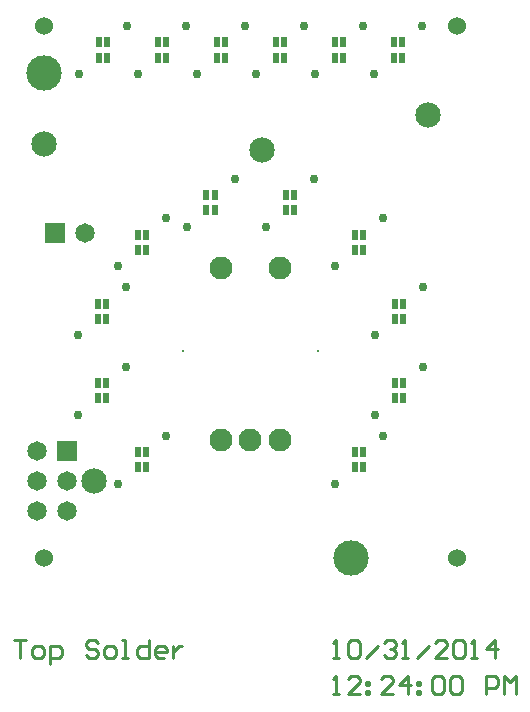
<source format=gts>
%FSLAX25Y25*%
%MOIN*%
G70*
G01*
G75*
G04 Layer_Color=8388736*
%ADD10C,0.07874*%
%ADD11R,0.01575X0.02756*%
%ADD12C,0.03937*%
%ADD13C,0.00591*%
%ADD14C,0.01000*%
%ADD15C,0.07087*%
%ADD16R,0.05906X0.05906*%
%ADD17C,0.05906*%
%ADD18R,0.05906X0.05906*%
%ADD19C,0.02441*%
%ADD20C,0.01969*%
%ADD21C,0.04000*%
%ADD22C,0.06299*%
%ADD23O,0.09449X0.12598*%
%ADD24C,0.04762*%
%ADD25C,0.11024*%
%ADD26C,0.03563*%
%ADD27R,0.03543X0.02756*%
%ADD28R,0.04331X0.03937*%
%ADD29R,0.02756X0.03543*%
%ADD30R,0.05906X0.02362*%
%ADD31R,0.07087X0.03150*%
%ADD32R,0.05906X0.05118*%
%ADD33O,0.06496X0.02165*%
%ADD34O,0.02165X0.06496*%
%ADD35R,0.06102X0.13583*%
%ADD36R,0.06102X0.04331*%
%ADD37R,0.06102X0.04331*%
%ADD38C,0.01575*%
%ADD39C,0.03937*%
%ADD40C,0.00787*%
%ADD41C,0.08474*%
%ADD42R,0.02175X0.03356*%
%ADD43C,0.11811*%
%ADD44C,0.07687*%
%ADD45R,0.00600X0.00600*%
%ADD46C,0.03000*%
%ADD47R,0.06506X0.06506*%
%ADD48C,0.06506*%
%ADD49C,0.06000*%
%ADD50R,0.06506X0.06506*%
D14*
X-78740Y-96364D02*
X-74741D01*
X-76741D01*
Y-102362D01*
X-71742D02*
X-69743D01*
X-68743Y-101363D01*
Y-99363D01*
X-69743Y-98364D01*
X-71742D01*
X-72742Y-99363D01*
Y-101363D01*
X-71742Y-102362D01*
X-66744Y-104362D02*
Y-98364D01*
X-63745D01*
X-62745Y-99363D01*
Y-101363D01*
X-63745Y-102362D01*
X-66744D01*
X-50749Y-97364D02*
X-51749Y-96364D01*
X-53748D01*
X-54748Y-97364D01*
Y-98364D01*
X-53748Y-99363D01*
X-51749D01*
X-50749Y-100363D01*
Y-101363D01*
X-51749Y-102362D01*
X-53748D01*
X-54748Y-101363D01*
X-47750Y-102362D02*
X-45751D01*
X-44751Y-101363D01*
Y-99363D01*
X-45751Y-98364D01*
X-47750D01*
X-48750Y-99363D01*
Y-101363D01*
X-47750Y-102362D01*
X-42752D02*
X-40752D01*
X-41752D01*
Y-96364D01*
X-42752D01*
X-33755D02*
Y-102362D01*
X-36754D01*
X-37753Y-101363D01*
Y-99363D01*
X-36754Y-98364D01*
X-33755D01*
X-28756Y-102362D02*
X-30756D01*
X-31755Y-101363D01*
Y-99363D01*
X-30756Y-98364D01*
X-28756D01*
X-27757Y-99363D01*
Y-100363D01*
X-31755D01*
X-25757Y-98364D02*
Y-102362D01*
Y-100363D01*
X-24758Y-99363D01*
X-23758Y-98364D01*
X-22758D01*
X27559Y-102362D02*
X29558D01*
X28559D01*
Y-96364D01*
X27559Y-97364D01*
X32557D02*
X33557Y-96364D01*
X35557D01*
X36556Y-97364D01*
Y-101363D01*
X35557Y-102362D01*
X33557D01*
X32557Y-101363D01*
Y-97364D01*
X38555Y-102362D02*
X42554Y-98364D01*
X44554Y-97364D02*
X45553Y-96364D01*
X47553D01*
X48552Y-97364D01*
Y-98364D01*
X47553Y-99363D01*
X46553D01*
X47553D01*
X48552Y-100363D01*
Y-101363D01*
X47553Y-102362D01*
X45553D01*
X44554Y-101363D01*
X50552Y-102362D02*
X52551D01*
X51551D01*
Y-96364D01*
X50552Y-97364D01*
X55550Y-102362D02*
X59549Y-98364D01*
X65547Y-102362D02*
X61548D01*
X65547Y-98364D01*
Y-97364D01*
X64547Y-96364D01*
X62548D01*
X61548Y-97364D01*
X67546D02*
X68546Y-96364D01*
X70545D01*
X71545Y-97364D01*
Y-101363D01*
X70545Y-102362D01*
X68546D01*
X67546Y-101363D01*
Y-97364D01*
X73544Y-102362D02*
X75543D01*
X74544D01*
Y-96364D01*
X73544Y-97364D01*
X81542Y-102362D02*
Y-96364D01*
X78543Y-99363D01*
X82541D01*
X27559Y-114173D02*
X29558D01*
X28559D01*
Y-108175D01*
X27559Y-109175D01*
X36556Y-114173D02*
X32557D01*
X36556Y-110175D01*
Y-109175D01*
X35557Y-108175D01*
X33557D01*
X32557Y-109175D01*
X38555Y-110175D02*
X39555D01*
Y-111174D01*
X38555D01*
Y-110175D01*
Y-113174D02*
X39555D01*
Y-114173D01*
X38555D01*
Y-113174D01*
X47553Y-114173D02*
X43554D01*
X47553Y-110175D01*
Y-109175D01*
X46553Y-108175D01*
X44554D01*
X43554Y-109175D01*
X52551Y-114173D02*
Y-108175D01*
X49552Y-111174D01*
X53551D01*
X55550Y-110175D02*
X56550D01*
Y-111174D01*
X55550D01*
Y-110175D01*
Y-113174D02*
X56550D01*
Y-114173D01*
X55550D01*
Y-113174D01*
X60548Y-109175D02*
X61548Y-108175D01*
X63547D01*
X64547Y-109175D01*
Y-113174D01*
X63547Y-114173D01*
X61548D01*
X60548Y-113174D01*
Y-109175D01*
X66546D02*
X67546Y-108175D01*
X69546D01*
X70545Y-109175D01*
Y-113174D01*
X69546Y-114173D01*
X67546D01*
X66546Y-113174D01*
Y-109175D01*
X78543Y-114173D02*
Y-108175D01*
X81542D01*
X82541Y-109175D01*
Y-111174D01*
X81542Y-112174D01*
X78543D01*
X84541Y-114173D02*
Y-108175D01*
X86540Y-110175D01*
X88539Y-108175D01*
Y-114173D01*
D41*
X3937Y66929D02*
D03*
X59055Y78740D02*
D03*
X-51968Y-43307D02*
D03*
X-68898Y68898D02*
D03*
D42*
X47835Y97835D02*
D03*
X47835Y102953D02*
D03*
X50591Y97835D02*
D03*
Y102953D02*
D03*
X28150Y97835D02*
D03*
X28150Y102953D02*
D03*
X30906Y97835D02*
D03*
Y102953D02*
D03*
X8465Y97835D02*
D03*
X8465Y102953D02*
D03*
X11220Y97835D02*
D03*
Y102953D02*
D03*
X-11220Y97835D02*
D03*
X-11220Y102953D02*
D03*
X-8465Y97835D02*
D03*
Y102953D02*
D03*
X-30906Y97835D02*
D03*
X-30906Y102953D02*
D03*
X-28150Y97835D02*
D03*
Y102953D02*
D03*
X-50591Y97835D02*
D03*
X-50591Y102953D02*
D03*
X-47835Y97835D02*
D03*
Y102953D02*
D03*
X34813Y-38750D02*
D03*
X34813Y-33631D02*
D03*
X37569Y-38750D02*
D03*
Y-33631D02*
D03*
X48059Y-15806D02*
D03*
X48059Y-10688D02*
D03*
X50815Y-15806D02*
D03*
Y-10688D02*
D03*
X48059Y10688D02*
D03*
X48059Y15806D02*
D03*
X50815Y10688D02*
D03*
Y15806D02*
D03*
X34813Y33632D02*
D03*
X34813Y38750D02*
D03*
X37569Y33631D02*
D03*
Y38750D02*
D03*
X11869Y46878D02*
D03*
X11869Y51996D02*
D03*
X14625Y46878D02*
D03*
Y51996D02*
D03*
X-14625Y46878D02*
D03*
X-14625Y51996D02*
D03*
X-11869Y46878D02*
D03*
Y51996D02*
D03*
X-37569Y33632D02*
D03*
X-37569Y38750D02*
D03*
X-34813Y33631D02*
D03*
Y38750D02*
D03*
X-50815Y10688D02*
D03*
X-50815Y15806D02*
D03*
X-48059Y10688D02*
D03*
Y15806D02*
D03*
X-50815Y-15806D02*
D03*
X-50815Y-10688D02*
D03*
X-48059Y-15806D02*
D03*
Y-10688D02*
D03*
X-37569Y-38750D02*
D03*
X-37569Y-33631D02*
D03*
X-34813Y-38750D02*
D03*
Y-33631D02*
D03*
D43*
X-68898Y92520D02*
D03*
X33465Y-68898D02*
D03*
D44*
X-9843Y-29528D02*
D03*
Y27559D02*
D03*
X9843Y-29528D02*
D03*
X0D02*
D03*
X9843Y27559D02*
D03*
D45*
X-22441Y0D02*
D03*
X22441D02*
D03*
D46*
X-44190Y-44190D02*
D03*
X-28190Y-28190D02*
D03*
X-57437Y-21247D02*
D03*
X-41437Y-5247D02*
D03*
X-57437Y5247D02*
D03*
X-41437Y21247D02*
D03*
X-44190Y28190D02*
D03*
X-28190Y44190D02*
D03*
X-21247Y41437D02*
D03*
X-5247Y57437D02*
D03*
X5247Y41437D02*
D03*
X21247Y57437D02*
D03*
X28190Y28190D02*
D03*
X44190Y44190D02*
D03*
X41437Y5247D02*
D03*
X57437Y21247D02*
D03*
X41437Y-21247D02*
D03*
X57437Y-5247D02*
D03*
X28190Y-44190D02*
D03*
X44190Y-28190D02*
D03*
X-57213Y92394D02*
D03*
X-41213Y108394D02*
D03*
X-37528Y92394D02*
D03*
X-21528Y108394D02*
D03*
X-17842Y92394D02*
D03*
X-1843Y108394D02*
D03*
X1843Y92394D02*
D03*
X17842Y108394D02*
D03*
X21528Y92394D02*
D03*
X37528Y108394D02*
D03*
X41213Y92394D02*
D03*
X57213Y108394D02*
D03*
D47*
X-64961Y39370D02*
D03*
D48*
X-54961D02*
D03*
X-71024Y-43465D02*
D03*
Y-53465D02*
D03*
X-61024D02*
D03*
X-71024Y-33465D02*
D03*
X-61024Y-43465D02*
D03*
D49*
X-68898Y-68898D02*
D03*
X68898D02*
D03*
Y108268D02*
D03*
X-68898D02*
D03*
D50*
X-61024Y-33465D02*
D03*
M02*

</source>
